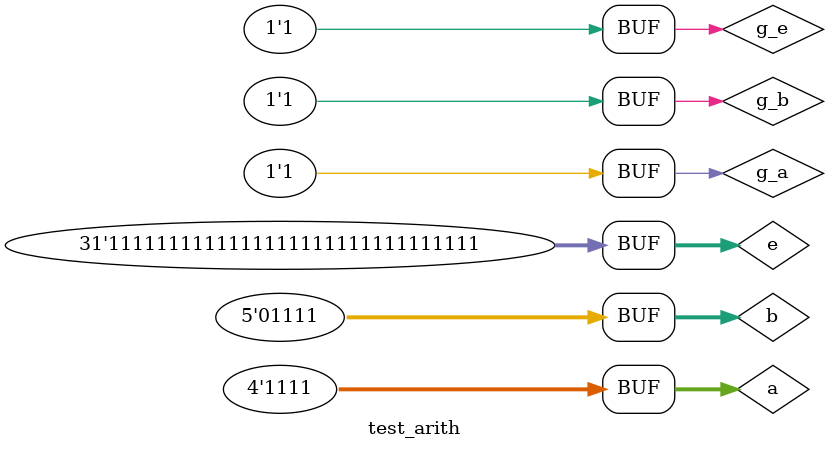
<source format=v>
module test_arith;
wire [3:0] a;
wire [4:0] b;
wire g_a,g_b,g_e;
wire [30:0] e;
assign a=4'b1111;
assign b=4'b11111;
assign e=31'b1111111111111111111111111111111;
assign g_a=a>0;
assign g_b=b>0;
assign g_e=e>0;


endmodule

</source>
